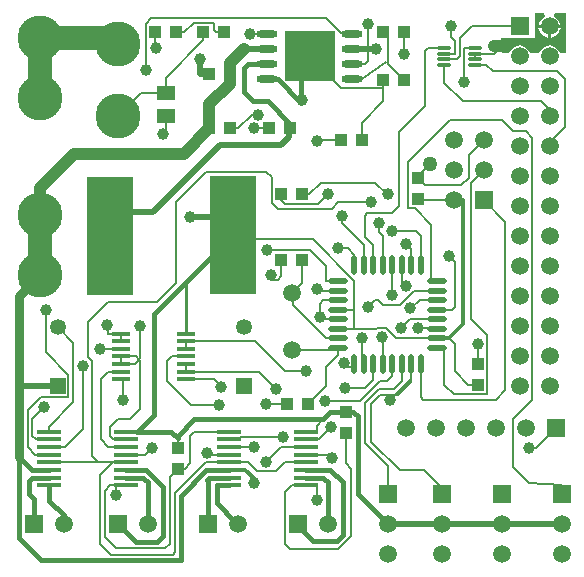
<source format=gtl>
%FSTAX23Y23*%
%MOIN*%
%SFA1B1*%

%IPPOS*%
%ADD10R,0.043310X0.039370*%
%ADD11R,0.039370X0.043310*%
%ADD12R,0.064960X0.011810*%
%ADD13O,0.049210X0.011810*%
%ADD14O,0.021650X0.064960*%
%ADD15O,0.064960X0.021650*%
%ADD16R,0.084650X0.015750*%
%ADD17R,0.084650X0.015750*%
%ADD18R,0.157480X0.393700*%
%ADD19R,0.059060X0.051180*%
%ADD20O,0.070870X0.023620*%
%ADD21R,0.165350X0.165350*%
%ADD22C,0.039370*%
%ADD23C,0.007870*%
%ADD24C,0.010000*%
%ADD25C,0.015750*%
%ADD26C,0.019690*%
%ADD27C,0.011810*%
%ADD28C,0.078740*%
%ADD29C,0.018900*%
%ADD30C,0.006300*%
%ADD31C,0.031500*%
%ADD32C,0.012600*%
%ADD33C,0.059060*%
%ADD34C,0.059060*%
%ADD35R,0.059060X0.059060*%
%ADD36C,0.150000*%
%ADD37R,0.059060X0.059060*%
%ADD38R,0.053150X0.053150*%
%ADD39C,0.053150*%
%ADD40C,0.050000*%
%ADD41C,0.039370*%
%LNpaw8-1*%
%LPD*%
G36*
X03895Y0477D02*
X03876D01*
X03872Y04778*
X03866Y04786*
X03858Y04792*
X03849Y04796*
X0384Y04797*
X0383Y04796*
X03821Y04792*
X03813Y04786*
X03807Y04778*
X03803Y0477*
X03776*
X03772Y04778*
X03766Y04786*
X03758Y04792*
X03749Y04796*
X0374Y04797*
X0373Y04796*
X03721Y04792*
X03713Y04786*
X03707Y04778*
X03703Y0477*
X03686*
X03681Y04771*
X03677Y04778*
X03679Y04781*
X03681Y04787*
X03682Y0479*
X03654*
Y048*
X03682*
X03681Y04802*
X03681Y04802*
X03682Y04804*
X03684Y0481*
X03682Y04815*
X03679Y04819*
X03679Y0482*
X0379*
Y04903*
X03821*
X03823Y04893*
X03821Y04892*
X03813Y04886*
X03807Y04878*
X03803Y04869*
X03802Y04865*
X03877*
X03876Y04869*
X03872Y04878*
X03866Y04886*
X03858Y04892*
X03856Y04893*
X03858Y04903*
X03895*
Y0477*
G37*
%LNpaw8-2*%
%LPC*%
G36*
X03835Y04855D02*
X03802D01*
X03803Y0485*
X03807Y04841*
X03813Y04833*
X03821Y04827*
X0383Y04823*
X03835Y04822*
Y04855*
G37*
G36*
X03877D02*
X03845D01*
Y04822*
X03849Y04823*
X03858Y04827*
X03866Y04833*
X03872Y04841*
X03876Y0485*
X03877Y04855*
G37*
%LNpaw8-3*%
%LPD*%
G54D10*
X02706Y047D03*
X02773D03*
X03013Y043D03*
X02946D03*
X03013Y0408D03*
X02946D03*
X03033Y036D03*
X02966D03*
X02753Y0484D03*
X02686D03*
X02593D03*
X02526D03*
X03353Y0468D03*
X03286D03*
X03146Y0448D03*
X03213D03*
X03353Y0484D03*
X03286D03*
X02706Y0452D03*
X02773D03*
X02906D03*
X02973D03*
G54D11*
X026Y03386D03*
Y03453D03*
X036Y03666D03*
Y03733D03*
X034Y04286D03*
Y04353D03*
X0316Y03573D03*
Y03506D03*
G54D12*
X0241Y03836D03*
Y03811D03*
Y03785D03*
Y0376D03*
Y03734D03*
Y03708D03*
Y03683D03*
X02629Y03836D03*
Y03811D03*
Y03785D03*
Y0376D03*
Y03734D03*
Y03708D03*
Y03683D03*
G54D13*
X03487Y04789D03*
Y04769D03*
Y0475D03*
Y0473D03*
X03592Y04789D03*
Y04769D03*
Y0475D03*
Y0473D03*
G54D14*
X03189Y04065D03*
X03221D03*
X03252D03*
X03284D03*
X03315D03*
X03347D03*
X03378D03*
X0341D03*
Y03734D03*
X03378D03*
X03347D03*
X03315D03*
X03284D03*
X03252D03*
X03221D03*
X03189D03*
G54D15*
X03465Y0401D03*
Y03978D03*
Y03947D03*
Y03915D03*
Y03884D03*
Y03852D03*
Y03821D03*
Y03789D03*
X03134D03*
Y03821D03*
Y03852D03*
Y03884D03*
Y03915D03*
Y03947D03*
Y03978D03*
Y0401D03*
G54D16*
X02428Y0333D03*
Y03356D03*
Y03381D03*
Y03407D03*
Y03432D03*
Y03458D03*
Y03483D03*
Y03509D03*
X02171Y0333D03*
Y03356D03*
Y03381D03*
Y03407D03*
Y03432D03*
Y03458D03*
Y03483D03*
X03028Y0333D03*
Y03356D03*
Y03381D03*
Y03407D03*
Y03432D03*
Y03458D03*
Y03483D03*
Y03509D03*
X02771Y0333D03*
Y03356D03*
Y03381D03*
Y03407D03*
Y03432D03*
Y03458D03*
Y03483D03*
G54D17*
X02171Y03509D03*
X02771D03*
G54D18*
X02785Y04165D03*
X02375Y0416D03*
G54D19*
X0256Y04637D03*
Y04562D03*
G54D20*
X03181Y04685D03*
Y04735D03*
Y04785D03*
Y04835D03*
X02898Y04685D03*
Y04735D03*
Y04785D03*
Y04835D03*
G54D21*
X0304Y0476D03*
G54D22*
X03655Y04795D02*
X0369D01*
X0214Y0423D02*
Y0432D01*
X02255Y04435*
X02621D02*
X02706Y0452D01*
X02255Y04435D02*
X02621D01*
X02706Y0452D02*
Y04601D01*
X02773Y04668*
Y047*
Y04738*
X0282Y04785*
G54D23*
X034Y0436D02*
X0344Y044D01*
X034Y04353D02*
Y0436D01*
X03423Y0433D02*
X03544D01*
X034Y04353D02*
X03423Y0433D01*
X03544D02*
X0357Y04356D01*
X03378Y03685D02*
Y03734D01*
Y03673D02*
Y03685D01*
X03323Y0363D02*
X03378Y03685D01*
X03323Y0363D02*
X03335D01*
X03309Y03616D02*
X03323Y0363D01*
X03487Y0475D02*
X0353D01*
X0354Y0476*
X0358Y0486D02*
X0374D01*
X03592Y04769D02*
X03654D01*
X02428Y03509D02*
X02464D01*
X026Y03453D02*
Y03488D01*
Y03494*
X0277Y0415D02*
X02785Y04165D01*
Y04224*
X03028Y03509D02*
X03063D01*
Y03527D02*
X03085Y0355D01*
X03568Y03666D02*
X036D01*
X03523Y03712D02*
Y03802D01*
Y03712D02*
X03568Y03666D01*
X03504Y03821D02*
X03523Y03802D01*
X034Y0428D02*
Y04286D01*
X03353Y04768D02*
Y0484D01*
X03592Y0475D02*
Y04769D01*
X03629*
X03654D02*
X0366Y04775D01*
X03075Y03904D02*
Y03936D01*
X03094Y03884D02*
X03134D01*
X022Y03858D02*
X02252Y03805D01*
Y03608D02*
Y03805D01*
X02171Y03526D02*
X02252Y03608D01*
X02171Y03509D02*
X02171D01*
X02358Y03312D02*
X02376Y0333D01*
X02358Y03158D02*
Y03312D01*
Y03158D02*
X02396Y0312D01*
X02558*
X02574Y03136*
Y03359*
X026Y03385*
Y03386*
X024Y0456D02*
X02477Y04637D01*
X0256*
X02686Y04815D02*
Y0484D01*
X0256Y04689D02*
X02686Y04815D01*
X0256Y04637D02*
Y04689D01*
X02654Y03509D02*
X02771D01*
X02641Y03496D02*
X02654Y03509D01*
X02641Y03403D02*
Y03496D01*
X02624Y03386D02*
X02641Y03403D01*
X026Y03386D02*
X02624D01*
X03286Y04656D02*
Y0468D01*
X0304Y0476D02*
X03144Y04656D01*
X03069Y04268D02*
X03101Y043D01*
X02958Y04268D02*
X03069D01*
X02946Y0428D02*
X02958Y04268D01*
X02946Y0428D02*
Y043D01*
X02395Y03299D02*
X02396Y033D01*
Y0333D02*
X02428D01*
X02848Y04566D02*
X02867D01*
X02773Y0452D02*
X02802D01*
X036Y03733D02*
Y03802D01*
X03213Y0448D02*
Y04538D01*
X03286Y04612*
X03028Y0333D02*
X03064D01*
X0298D02*
X03028D01*
X02958Y03308D02*
X0298Y0333D01*
X02958Y03136D02*
Y03308D01*
Y03136D02*
X02975Y03119D01*
X03136*
X03179Y03162*
Y03385*
X0316Y03404D02*
X03179Y03385D01*
X0316Y03404D02*
Y03506D01*
X0304Y04685D02*
Y0476D01*
X02896Y036D02*
X02966D01*
X0241Y03683D02*
X02419D01*
X02376Y0333D02*
X02396D01*
X02898Y04685D02*
X02933D01*
X03144Y04656D02*
X03286D01*
Y04612D02*
Y04656D01*
X02802Y0452D02*
X02848Y04566D01*
X02965Y04685D02*
X0304Y0476D01*
X0341Y03624D02*
X03418Y03616D01*
X0366*
X0341Y03624D02*
Y03734D01*
X03692Y03648D02*
Y04208D01*
X0366Y03616D02*
X03692Y03648D01*
X0362Y0428D02*
X03692Y04208D01*
X03245Y036D02*
X03275Y0363D01*
X03245Y03475D02*
Y036D01*
Y03475D02*
X0334Y0338D01*
X0342*
X0348Y033D02*
Y0332D01*
X0342Y0338D02*
X0348Y0332D01*
X03335Y0363D02*
X03378Y03673D01*
X0377Y03455D02*
X03795D01*
X0386Y0352*
X03347Y04005D02*
Y04065D01*
X03315Y03964D02*
Y04065D01*
X021Y03458D02*
X02126Y03432D01*
X021Y03458D02*
Y03582D01*
X02126Y03432D02*
X02171D01*
X021Y03582D02*
X02143Y03625D01*
X02161Y03773D02*
Y03913D01*
X02143Y03625D02*
X02236D01*
Y03698*
X02161Y03773D02*
X02236Y03698D01*
X03096Y0401D02*
X03134D01*
X03096D02*
Y04061D01*
X02897Y04116D02*
X03041D01*
X03096Y04061*
X02374Y03493D02*
X02384Y03483D01*
X02374Y03524D02*
X024Y0355D01*
X02374Y03493D02*
Y03524D01*
X02384Y03483D02*
X02428D01*
X02442Y0355D02*
X02476Y03584D01*
X024Y0355D02*
X02442D01*
X0241Y03734D02*
Y0376D01*
Y03734D02*
X02457D01*
X0241Y0376D02*
X0246D01*
X02471Y03748D02*
X02476Y03744D01*
X02457Y03734D02*
X02471Y03748D01*
X0246Y0376D02*
X02471Y03748D01*
X02476Y03753*
Y03584D02*
Y03744D01*
Y03753D02*
Y03862D01*
X02984Y03931D02*
X03093Y03821D01*
X0298Y03972D02*
X02984Y03976D01*
X03093Y03821D02*
X03134D01*
X02984Y03976D02*
X03013Y04005D01*
Y0408*
X03033Y036D02*
X03095Y03661D01*
X0298Y0378D02*
X03124D01*
X03095Y03661D02*
Y03725D01*
X03134Y03764*
Y03789*
X03124Y0378D02*
X03134Y03789D01*
X02428Y03432D02*
X02492D01*
X02516Y03456*
X03156Y03735D02*
X03168Y03723D01*
X03156Y03735D02*
Y03739D01*
X03189Y03723D02*
Y03734D01*
X02698Y03439D02*
X02704Y03432D01*
X02771*
Y03483D02*
X02822Y0349D01*
X02951*
X02629Y03708D02*
Y03734D01*
X02872Y03708D02*
X02928Y03652D01*
X02629Y03708D02*
X02872D01*
X03157Y03655D02*
X03226D01*
X03252Y03681*
Y03734*
X03028Y03483D02*
X03072D01*
X03112Y03523*
Y03526*
X02629Y03785D02*
Y03811D01*
X02857*
X02959Y0371*
X03028*
X03028Y03432D02*
X03105D01*
X03091Y03612D02*
X03209D01*
X03105Y03432D02*
X03116Y03422D01*
X03209Y03612D02*
X03275Y03678D01*
X03297*
X03315Y03696*
Y03734*
X03225Y0347D02*
Y03605D01*
Y0347D02*
X033Y03395D01*
X03225Y03605D02*
X0327Y0365D01*
X0332*
X033Y033D02*
Y03395D01*
X0332Y0365D02*
X03347Y03677D01*
Y03734*
X03038Y043D02*
X03077Y04339D01*
X03013Y043D02*
X03038D01*
X03077Y04339D02*
X03259D01*
X03298Y043*
X03446Y0401D02*
X03465D01*
X03392Y04253D02*
X03446Y04199D01*
X03368Y04253D02*
X03392D01*
X03368D02*
Y04408D01*
X03507Y04547*
X0368*
X03717Y0451*
X0376*
X03782Y04488*
Y03615D02*
Y04488D01*
X03718Y03551D02*
X03782Y03615D01*
X03718Y03392D02*
Y03551D01*
Y03392D02*
X03771Y03339D01*
X0388Y03331*
Y033D02*
Y03331D01*
X02171Y03407D02*
X02336D01*
X02342Y03134D02*
X02379Y03097D01*
X02342Y03134D02*
Y03363D01*
X02386Y03407*
X02315Y03427D02*
X02336Y03407D01*
X02379Y03097D02*
X02583D01*
X02592Y03107*
Y03304*
X02695Y03407*
X02771*
X02315Y03427D02*
Y03745D01*
X02386Y03407D02*
X02428D01*
X02336D02*
X02386D01*
X02301Y03874D02*
X02368Y03941D01*
X02301Y03759D02*
X02315Y03745D01*
X02301Y03759D02*
Y03874D01*
X02368Y03941D02*
X0253D01*
X02594Y04005*
Y04273*
X02695Y04374*
X02896*
X02771Y03407D02*
X02834D01*
X02864Y03377D02*
X02928D01*
X02834Y03407D02*
X02864Y03377D01*
X02928D02*
X02958Y03407D01*
X03028*
X0341Y04065D02*
Y04088D01*
X03412Y04089*
X03395Y04177D02*
X03412Y0416D01*
Y04089D02*
Y0416D01*
X02913Y04272D02*
X02933Y04252D01*
X03115*
X02896Y04374D02*
X02913Y04357D01*
X03115Y04252D02*
X03136Y04273D01*
X02913Y04272D02*
Y04357D01*
X03315Y04177D02*
X03395D01*
X03136Y04273D02*
X03244D01*
X03362Y04134D02*
X03378Y04117D01*
Y04065D02*
Y04117D01*
X03223Y04159D02*
X03252Y0413D01*
Y04065D02*
Y0413D01*
X03223Y04159D02*
Y04229D01*
X03232Y04238D02*
X03315D01*
X03223Y04229D02*
X03232Y04238D01*
X03315D02*
X03337Y0426D01*
Y04509*
X03423Y04595*
Y04779*
X03433Y04789*
X03487*
X03149Y04204D02*
Y04227D01*
Y04204D02*
X03221Y04132D01*
Y04065D02*
Y04132D01*
X03555Y04676D02*
Y04789D01*
X03592*
X02116Y03495D02*
X02128Y03483D01*
X02116Y03551D02*
X02155Y0359D01*
X02116Y03495D02*
Y03551D01*
X02128Y03483D02*
X02171D01*
X02368Y03836D02*
Y0386D01*
X02363Y03865D02*
X02368Y0386D01*
Y03836D02*
X0241D01*
Y03811D02*
Y03836D01*
X03189Y04065D02*
Y04098D01*
X03136Y0412D02*
X03168D01*
X03189Y04098*
X02375Y0416D02*
Y04242D01*
X02971Y0452D02*
X02973D01*
Y04536*
X0284Y04835D02*
X02898D01*
X02854Y0452D02*
X02906D01*
X02526Y04789D02*
X02527Y04789D01*
X02526Y04789D02*
Y0484D01*
X03181Y04735D02*
X03224D01*
X03233Y04744*
Y04869*
X02593Y0484D02*
X02621D01*
X02653Y04871*
X02721*
X02729Y0484D02*
X02753D01*
X02721Y04848D02*
Y04871D01*
Y04848D02*
X02729Y0484D01*
X02493Y04714D02*
Y04868D01*
X02512Y04887D02*
X03095D01*
X02493Y04868D02*
X02512Y04887D01*
X03063Y04478D02*
X03065Y0448D01*
X03146*
X03095Y04887D02*
X03144Y04839D01*
X03181Y04835*
X02171Y03458D02*
X02225D01*
X02284Y03517*
Y03728*
X02341Y03785D02*
X0241D01*
X02343Y03483D02*
X02368Y03458D01*
X02343Y03483D02*
Y03683D01*
X02368Y03708*
Y03458D02*
X02428D01*
X02368Y03708D02*
X0241D01*
X0272Y03683D02*
X02744Y03659D01*
X02629Y03683D02*
X0272D01*
X02771Y03458D02*
X02856D01*
X02643Y03599D02*
X02739D01*
X02564Y03678D02*
X02643Y03599D01*
X02564Y03678D02*
Y03744D01*
X0258Y0376*
X02629*
X02896Y03409D02*
X02945Y03458D01*
X03028*
X03181Y04685D02*
X03216D01*
X03296Y0474*
X03271Y04174D02*
X03284Y04161D01*
X03271Y04174D02*
Y04206D01*
X03284Y04065D02*
Y04161D01*
X0357Y04356D02*
Y0443D01*
X0362Y0448*
X03629Y0473D02*
X0365Y0471D01*
X03865*
X03592Y0473D02*
X03629D01*
X0384Y0446D02*
Y04475D01*
X03865Y0471D02*
X0389Y04685D01*
X0384Y04475D02*
X0389Y04525D01*
Y04685*
X03487Y03666D02*
X0352Y03633D01*
X03465Y03789D02*
X03487D01*
X0352Y03633D02*
X03632D01*
Y03832*
X03578Y03886D02*
Y04338D01*
X0362Y0438*
X03578Y03886D02*
X03632Y03832D01*
X03487Y04672D02*
Y0473D01*
X0355Y0461D02*
X0381D01*
X03487Y04672D02*
X0355Y0461D01*
X0256Y04512D02*
Y04562D01*
X0255Y04502D02*
X0256Y04512D01*
X033Y04733D02*
X03353Y0468D01*
X033Y04733D02*
Y0482D01*
X03465Y03915D02*
X03514D01*
X03525Y03926*
Y04075*
X03505Y04095D02*
X03525Y04075D01*
X0305Y0415D02*
X03189Y04011D01*
X03134Y03915D02*
X03189D01*
Y03853D02*
Y03915D01*
X02915Y04015D02*
X02933D01*
X02946Y04028*
Y0408*
X0291Y0402D02*
X02915Y04015D01*
X0291Y0402D02*
Y0403D01*
X03075Y03936D02*
X03086Y03947D01*
X03134*
X0307Y03978D02*
X03134D01*
X03064Y03984D02*
X0307Y03978D01*
X03064Y03984D02*
X03065Y03985D01*
X03064Y03984D02*
Y03984D01*
X0366Y04775D02*
Y04795D01*
X034Y0428D02*
X0355D01*
X03063Y03509D02*
Y03527D01*
X03012Y04685D02*
X0304D01*
X03075Y03904D02*
X03094Y03884D01*
X03064Y03282D02*
Y0333D01*
X02419Y03616D02*
Y03683D01*
X02171Y03509D02*
Y03526D01*
X02396Y033D02*
Y0333D01*
X03275Y0363D02*
X03323D01*
X02984Y03931D02*
Y03972D01*
Y03976*
X03168Y03723D02*
X03189D01*
X03446Y0401D02*
Y04199D01*
X03487Y03666D02*
Y03789D01*
X0381Y0461D02*
X0385Y0457D01*
X0386Y0456*
X03328Y03821D02*
X03465D01*
X03284Y03734D02*
Y0382D01*
X0328Y03825D02*
X03284Y0382D01*
X03266Y03856D02*
X03293D01*
X03328Y03821*
X03261Y03851D02*
X03266Y03856D01*
X03134Y03852D02*
X03135Y03851D01*
X03261*
X03215Y0374D02*
X03221Y03734D01*
X03215Y0374D02*
Y0382D01*
X03347Y04005D02*
X03358Y03995D01*
X0336*
X03388Y03978D02*
X03465D01*
X03341Y03932D02*
X03388Y03978D01*
X03407Y03947D02*
X03465D01*
X03379Y0392D02*
X03407Y03947D01*
X03375Y0392D02*
X03379D01*
X03343Y03856D02*
X03373Y03886D01*
X03463D02*
X03465Y03884D01*
X03373Y03886D02*
X03463D01*
Y03855D02*
X03465Y03852D01*
X034Y03855D02*
X03463D01*
X02785Y0415D02*
X0305D01*
X0277D02*
X02785D01*
X03189Y03915D02*
Y04011D01*
X03284Y03932D02*
X03341D01*
X03267Y03949D02*
X03284Y03932D01*
X03235Y03925D02*
X03259Y03949D01*
X03267*
X0354Y0476D02*
Y0482D01*
X0358Y0486*
X03487Y04769D02*
X03524D01*
Y04811*
X0351Y04826D02*
X03524Y04811D01*
X0351Y04826D02*
Y0486D01*
G54D24*
X02629Y03836D02*
Y04009D01*
G54D25*
X02578Y03509D02*
X026Y03488D01*
X02464Y03509D02*
X02578D01*
X02464D02*
X0252Y03565D01*
Y039*
X026Y03494D02*
X02656Y0355D01*
X03085*
X0252Y039D02*
X02629Y04009D01*
X02702Y04082D02*
X0277Y0415D01*
X03085Y0355D02*
X03109Y03573D01*
X0316*
X032Y033D02*
X033Y032D01*
X0282Y0472D02*
X02835Y04735D01*
X0282Y0464D02*
Y0472D01*
X0285Y0461D02*
X029D01*
X02973Y04536*
X0282Y0464D02*
X0285Y0461D01*
X0238Y0482D02*
X024Y048D01*
X02105Y033D02*
Y03345D01*
Y033D02*
X0212Y03285D01*
X02105Y03345D02*
X02116Y03356D01*
X0212Y032D02*
Y03285D01*
X02116Y03356D02*
X02171D01*
Y03278D02*
X0222Y0323D01*
X02171Y03278D02*
Y0333D01*
X0222Y032D02*
Y0323D01*
X024Y032D02*
X0246Y0314D01*
X02428Y03381D02*
X02493D01*
X0246Y0314D02*
X0253D01*
X0255Y0316*
X02493Y03381D02*
X0255Y03325D01*
Y0316D02*
Y03325D01*
X02428Y03356D02*
X02483D01*
X025Y0334*
Y032D02*
Y0334D01*
X02699Y03347D02*
X027Y03347D01*
X02699Y03347D02*
X02703Y03356D01*
X027Y032D02*
Y03347D01*
X02703Y03356D02*
X02771D01*
X0273Y0327D02*
X02794Y03205D01*
X0273Y0333D02*
X0273Y0333D01*
X02794Y03205D02*
X028Y03205D01*
Y032D02*
Y03205D01*
X0273Y0333D02*
X02771D01*
X03Y03195D02*
X0305Y03145D01*
X03Y03195D02*
Y032D01*
X0305Y03145D02*
X0313D01*
X0315Y03165*
X03028Y03381D02*
X03108D01*
X0315Y03165D02*
Y0334D01*
X03108Y03381D02*
X0315Y0334D01*
X03028Y03356D02*
X03083D01*
X031Y0334*
Y032D02*
Y0334D01*
X0207Y03155D02*
Y03424D01*
Y03155D02*
X02145Y0308D01*
X0207Y03424D02*
X02113Y03381D01*
X02145Y0308D02*
X0261D01*
Y03296*
X02113Y03381D02*
X02171D01*
X0261Y03296D02*
X02694Y03381D01*
X02771*
X02835Y04735D02*
X02898D01*
X03186Y03573D02*
X032Y0356D01*
X0316Y03573D02*
X03186D01*
X032Y0355D02*
Y0356D01*
Y033D02*
Y0355D01*
X02629Y04009D02*
X02702Y04082D01*
X03012Y04606D02*
Y04685D01*
X02933D02*
X03012Y04606D01*
X0273Y0333D02*
Y0333D01*
Y0327D02*
Y0333D01*
G54D26*
X0348Y032D02*
X0368D01*
X033D02*
X0348D01*
X0368D02*
X0388D01*
X02518Y04242D02*
X02741Y04465D01*
X02944*
X02971Y04492*
X02675Y047D02*
Y04752D01*
Y047D02*
X02706D01*
X02072Y03661D02*
X022D01*
X0282Y04785D02*
X02898D01*
X0264Y04224D02*
X02785D01*
X02971Y04492D02*
Y0452D01*
X02375Y04242D02*
X02518D01*
G54D27*
X03465Y03821D02*
X03504D01*
X0355Y03867*
Y0428*
G54D28*
X0214Y0482D02*
X0238D01*
X0214Y0462D02*
Y0482D01*
Y0403D02*
Y0423D01*
G54D29*
X03181Y04785D02*
X03247D01*
Y04786*
G54D30*
X0384Y0456D02*
X0386D01*
G54D31*
X0207Y03424D02*
Y0396D01*
X0214Y0403*
G54D32*
X02771Y03381D02*
X02824D01*
X02853Y03337D02*
Y03353D01*
X02824Y03381D02*
X02853Y03353D01*
G54D33*
X0298Y03972D03*
Y0378D03*
G54D34*
X0368Y031D03*
Y032D03*
X033Y031D03*
Y032D03*
X0348Y031D03*
Y032D03*
X0388Y031D03*
Y032D03*
X0336Y0352D03*
X0346D03*
X0356D03*
X0366D03*
X0376D03*
X0352Y0448D03*
X0362D03*
X0352Y0438D03*
X0362D03*
X0352Y0428D03*
X025Y032D03*
X0222D03*
X028D03*
X031D03*
X0384Y0366D03*
X0374D03*
X0384Y0376D03*
X0374D03*
X0384Y0386D03*
X0374D03*
X0384Y0396D03*
X0374D03*
X0384Y0406D03*
X0374D03*
X0384Y0416D03*
X0374D03*
X0384Y0426D03*
X0374D03*
X0384Y0436D03*
X0374D03*
X0384Y0446D03*
X0374D03*
X0384Y0456D03*
X0374D03*
X0384Y0466D03*
X0374D03*
X0384Y0476D03*
X0374D03*
X0384Y0486D03*
G54D35*
X0368Y033D03*
X033D03*
X0348D03*
X0388D03*
X0362Y0428D03*
X0374Y0486D03*
G54D36*
X024Y048D03*
Y0456D03*
X0214Y0423D03*
Y0462D03*
Y0403D03*
Y0482D03*
G54D37*
X0386Y0352D03*
X024Y032D03*
X0212D03*
X027D03*
X03D03*
G54D38*
X022Y03661D03*
X0282D03*
G54D39*
X022Y03858D03*
X0282D03*
G54D40*
X0344Y044D03*
G54D41*
X0264Y04224D03*
X03353Y04768D03*
X03655Y04795D03*
X02395Y03299D03*
X02867Y04566D03*
X036Y03802D03*
X03015Y04615D03*
X02419Y03616D03*
X03064Y03282D03*
X02896Y036D03*
X03309Y03616D03*
X0377Y03455D03*
X02161Y03913D03*
X02897Y04116D03*
X02476Y03862D03*
X02516Y03456D03*
X03156Y03739D03*
X02698Y03439D03*
X02928Y03652D03*
X02951Y0349D03*
X03157Y03655D03*
X03028Y0371D03*
X03112Y03526D03*
X03091Y03612D03*
X03116Y03422D03*
X03315Y04177D03*
X03244Y04273D03*
X03362Y04134D03*
X03149Y04227D03*
X03555Y04676D03*
X02155Y0359D03*
X02363Y03865D03*
X03136Y0412D03*
X0284Y04835D03*
X02854Y0452D03*
X02527Y04789D03*
X03233Y04869D03*
X02493Y04714D03*
X03063Y04478D03*
X02284Y03728D03*
X02341Y03785D03*
X02744Y03659D03*
X02856Y03458D03*
X02739Y03599D03*
X02896Y03409D03*
X02675Y04752D03*
X0326Y04785D03*
X03271Y04206D03*
X02853Y03337D03*
X0255Y045D03*
X03505Y04095D03*
X03315Y03964D03*
X03075Y0389D03*
X0291Y0403D03*
X03065Y03985D03*
X031Y043D03*
X033D03*
X03343Y03856D03*
X0328Y03825D03*
X03215Y0382D03*
X0336Y03995D03*
X03375Y0392D03*
X034Y03855D03*
X03235Y03925D03*
X0351Y0486D03*
M02*
</source>
